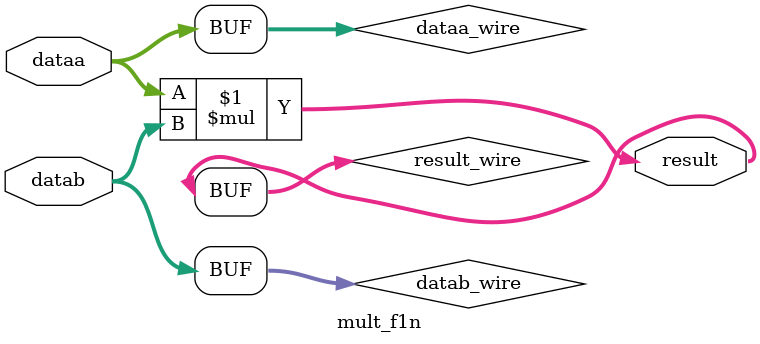
<source format=v>






//synthesis_resources = 
//synopsys translate_off
`timescale 1 ps / 1 ps
//synopsys translate_on
module  mult_f1n
	( 
	dataa,
	datab,
	result) /* synthesis synthesis_clearbox=1 */;
	input   [35:0]  dataa;
	input   [35:0]  datab;
	output   [71:0]  result;

	wire signed	[35:0]    dataa_wire;
	wire signed	[35:0]    datab_wire;
	wire signed	[71:0]    result_wire;



	assign dataa_wire = dataa;
	assign datab_wire = datab;
	assign result_wire = dataa_wire * datab_wire;
	assign result = ({result_wire[71:0]});

endmodule //mult_f1n
//VALID FILE

</source>
